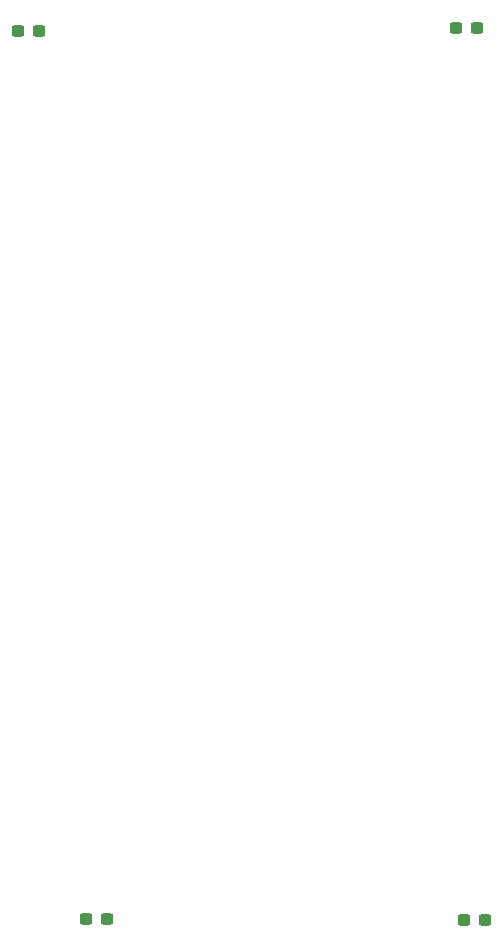
<source format=gbr>
%TF.GenerationSoftware,KiCad,Pcbnew,7.0.5*%
%TF.CreationDate,2023-10-05T13:57:49+07:00*%
%TF.ProjectId,Driver_motor,44726976-6572-45f6-9d6f-746f722e6b69,rev?*%
%TF.SameCoordinates,Original*%
%TF.FileFunction,Paste,Bot*%
%TF.FilePolarity,Positive*%
%FSLAX46Y46*%
G04 Gerber Fmt 4.6, Leading zero omitted, Abs format (unit mm)*
G04 Created by KiCad (PCBNEW 7.0.5) date 2023-10-05 13:57:49*
%MOMM*%
%LPD*%
G01*
G04 APERTURE LIST*
G04 Aperture macros list*
%AMRoundRect*
0 Rectangle with rounded corners*
0 $1 Rounding radius*
0 $2 $3 $4 $5 $6 $7 $8 $9 X,Y pos of 4 corners*
0 Add a 4 corners polygon primitive as box body*
4,1,4,$2,$3,$4,$5,$6,$7,$8,$9,$2,$3,0*
0 Add four circle primitives for the rounded corners*
1,1,$1+$1,$2,$3*
1,1,$1+$1,$4,$5*
1,1,$1+$1,$6,$7*
1,1,$1+$1,$8,$9*
0 Add four rect primitives between the rounded corners*
20,1,$1+$1,$2,$3,$4,$5,0*
20,1,$1+$1,$4,$5,$6,$7,0*
20,1,$1+$1,$6,$7,$8,$9,0*
20,1,$1+$1,$8,$9,$2,$3,0*%
G04 Aperture macros list end*
%ADD10RoundRect,0.237500X0.300000X0.237500X-0.300000X0.237500X-0.300000X-0.237500X0.300000X-0.237500X0*%
%ADD11RoundRect,0.237500X-0.300000X-0.237500X0.300000X-0.237500X0.300000X0.237500X-0.300000X0.237500X0*%
G04 APERTURE END LIST*
D10*
%TO.C,C15*%
X128624500Y-48768000D03*
X126899500Y-48768000D03*
%TD*%
D11*
%TO.C,C16*%
X127561000Y-124242500D03*
X129286000Y-124242500D03*
%TD*%
D10*
%TO.C,C17*%
X91540500Y-49022000D03*
X89815500Y-49022000D03*
%TD*%
D11*
%TO.C,C18*%
X95579750Y-124214000D03*
X97304750Y-124214000D03*
%TD*%
M02*

</source>
